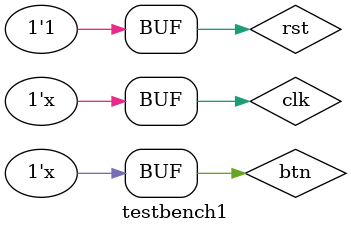
<source format=v>
`timescale 10ns / 100ps


module testbench1();
    
reg clk, rst, btn;

wire [7:0] seg_data;
wire [7:0] seg_sel;

seg_array sa(clk, rst, btn, seg_data, seg_sel);

initial  begin
    clk = 0;
    rst = 0;
    btn = 0;
    #4 rst = 1;  
    
end

always begin
    #2 clk <= ~clk;
    btn <= ~btn;
end

endmodule
</source>
